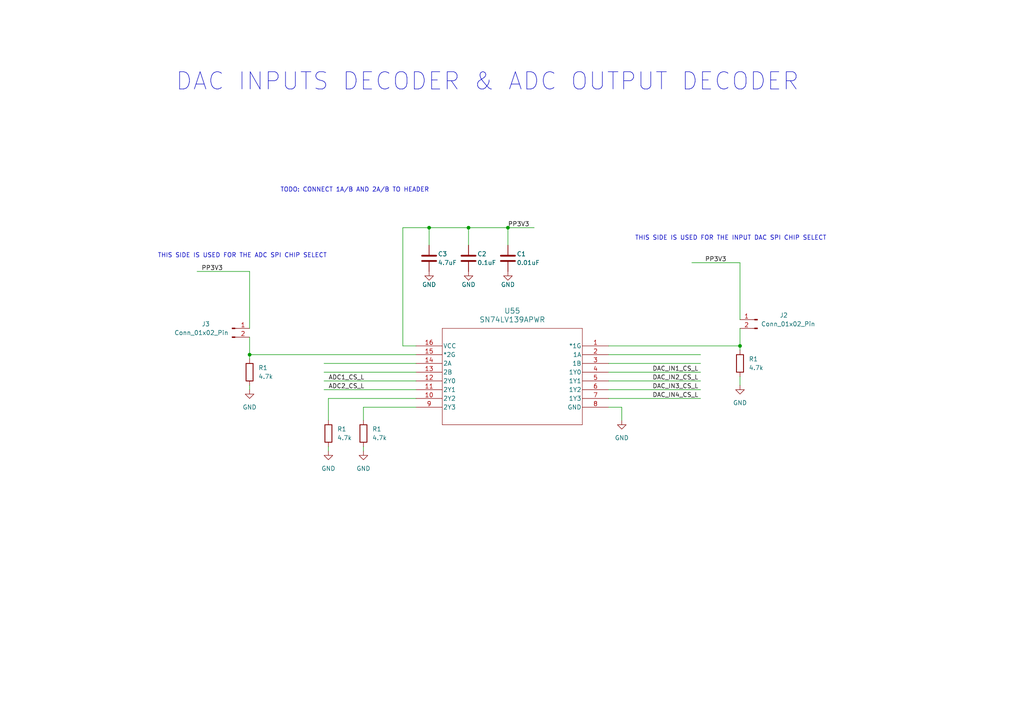
<source format=kicad_sch>
(kicad_sch (version 20230121) (generator eeschema)
  (paper "A4")
  (lib_symbols
    (symbol "Connector:Conn_01x02_Pin" (pin_names (offset 1.016) hide)
      (property "Reference" "J" (at 0 2.54 0))
      (property "Value" "Conn_01x02_Pin" (at 0 -5.08 0))
      (symbol "Conn_01x02_Pin_1_1"
        (polyline (pts (xy 1.27 -2.54) (xy 0.8636 -2.54)) (stroke (width 0.1524)))
        (polyline (pts (xy 1.27 0) (xy 0.8636 0)) (stroke (width 0.1524)))
        (rectangle (start 0.8636 -2.413) (end 0 -2.667) (stroke (width 0.1524)) (fill (type outline)))
        (rectangle (start 0.8636 0.127) (end 0 -0.127) (stroke (width 0.1524)) (fill (type outline)))
        (pin passive line (at 5.08 0 180) (length 3.81) (name "Pin_1") (number "1"))
        (pin passive line (at 5.08 -2.54 180) (length 3.81) (name "Pin_2") (number "2"))
      )
    )
    (symbol "Device:C" (pin_numbers hide) (pin_names (offset 0.254))
      (property "Reference" "C" (at 0.635 2.54 0))
      (property "Value" "C" (at 0.635 -2.54 0))
      (symbol "C_0_1"
        (polyline (pts (xy -2.032 -0.762) (xy 2.032 -0.762)) (stroke (width 0.508)))
        (polyline (pts (xy -2.032 0.762) (xy 2.032 0.762)) (stroke (width 0.508)))
      )
      (symbol "C_1_1"
        (pin passive line (at 0 3.81 270) (length 2.794) (name "~") (number "1"))
        (pin passive line (at 0 -3.81 90) (length 2.794) (name "~") (number "2"))
      )
    )
    (symbol "Device:R" (pin_numbers hide) (pin_names (offset 0))
      (property "Reference" "R" (at 2.032 0 90))
      (property "Value" "R" (at 0 0 90))
      (symbol "R_0_1"
        (rectangle (start -1.016 -2.54) (end 1.016 2.54) (stroke (width 0.254)))
      )
      (symbol "R_1_1"
        (pin passive line (at 0 3.81 270) (length 1.27) (name "~") (number "1"))
        (pin passive line (at 0 -3.81 90) (length 1.27) (name "~") (number "2"))
      )
    )
    (symbol "SN74LV139APWR:SN74LV139APWR" (pin_names (offset 0.254))
      (property "Reference" "U" (at 27.94 10.16 0))
      (property "Value" "SN74LV139APWR" (at 27.94 7.62 0))
      (symbol "SN74LV139APWR_0_1"
        (polyline (pts (xy 7.62 -22.86) (xy 48.26 -22.86)) (stroke (width 0.127)))
        (polyline (pts (xy 7.62 5.08) (xy 7.62 -22.86)) (stroke (width 0.127)))
        (polyline (pts (xy 48.26 -22.86) (xy 48.26 5.08)) (stroke (width 0.127)))
        (polyline (pts (xy 48.26 5.08) (xy 7.62 5.08)) (stroke (width 0.127)))
        (pin input line (at 0 0 0) (length 7.62) (name "*1G") (number "1"))
        (pin output line (at 55.88 -15.24 180) (length 7.62) (name "2Y2") (number "10"))
        (pin output line (at 55.88 -12.7 180) (length 7.62) (name "2Y1") (number "11"))
        (pin output line (at 55.88 -10.16 180) (length 7.62) (name "2Y0") (number "12"))
        (pin input line (at 55.88 -7.62 180) (length 7.62) (name "2B") (number "13"))
        (pin input line (at 55.88 -5.08 180) (length 7.62) (name "2A") (number "14"))
        (pin input line (at 55.88 -2.54 180) (length 7.62) (name "*2G") (number "15"))
        (pin power_in line (at 55.88 0 180) (length 7.62) (name "VCC") (number "16"))
        (pin input line (at 0 -2.54 0) (length 7.62) (name "1A") (number "2"))
        (pin input line (at 0 -5.08 0) (length 7.62) (name "1B") (number "3"))
        (pin output line (at 0 -7.62 0) (length 7.62) (name "1Y0") (number "4"))
        (pin output line (at 0 -10.16 0) (length 7.62) (name "1Y1") (number "5"))
        (pin output line (at 0 -12.7 0) (length 7.62) (name "1Y2") (number "6"))
        (pin output line (at 0 -15.24 0) (length 7.62) (name "1Y3") (number "7"))
        (pin power_in line (at 0 -17.78 0) (length 7.62) (name "GND") (number "8"))
        (pin output line (at 55.88 -17.78 180) (length 7.62) (name "2Y3") (number "9"))
      )
    )
    (symbol "power:GND" (power) (pin_names (offset 0))
      (property "Value" "GND" (at 0 -3.81 0))
      (symbol "GND_0_1"
        (polyline (pts (xy 0 0) (xy 0 -1.27) (xy 1.27 -1.27) (xy 0 -2.54) (xy -1.27 -1.27) (xy 0 -1.27)))
      )
      (symbol "GND_1_1"
        (pin power_in line (at 0 0 270) (length 0) hide (name "GND") (number "1"))
      )
    )
  )
  (junction (at 214.63 100.33))
  (junction (at 72.39 102.87))
  (junction (at 147.32 66.04))
  (junction (at 124.46 66.04))
  (junction (at 135.89 66.04))
  (wire (pts (xy 120.65 115.57) (xy 95.25 115.57)))
  (wire (pts (xy 93.98 107.95) (xy 120.65 107.95)))
  (wire (pts (xy 57.15 78.74) (xy 72.39 78.74)))
  (wire (pts (xy 93.98 110.49) (xy 120.65 110.49)))
  (wire (pts (xy 180.34 118.11) (xy 176.53 118.11)))
  (wire (pts (xy 147.32 66.04) (xy 147.32 71.12)))
  (wire (pts (xy 176.53 102.87) (xy 203.2 102.87)))
  (wire (pts (xy 180.34 121.92) (xy 180.34 118.11)))
  (wire (pts (xy 120.65 118.11) (xy 105.41 118.11)))
  (wire (pts (xy 93.98 113.03) (xy 120.65 113.03)))
  (wire (pts (xy 93.98 105.41) (xy 120.65 105.41)))
  (wire (pts (xy 124.46 66.04) (xy 135.89 66.04)))
  (wire (pts (xy 214.63 109.22) (xy 214.63 111.76)))
  (wire (pts (xy 124.46 66.04) (xy 124.46 71.12)))
  (wire (pts (xy 214.63 95.25) (xy 214.63 100.33)))
  (wire (pts (xy 116.84 66.04) (xy 124.46 66.04)))
  (wire (pts (xy 105.41 118.11) (xy 105.41 121.92)))
  (wire (pts (xy 135.89 66.04) (xy 135.89 71.12)))
  (wire (pts (xy 176.53 100.33) (xy 214.63 100.33)))
  (wire (pts (xy 135.89 66.04) (xy 147.32 66.04)))
  (wire (pts (xy 72.39 78.74) (xy 72.39 95.25)))
  (wire (pts (xy 176.53 110.49) (xy 203.2 110.49)))
  (wire (pts (xy 72.39 97.79) (xy 72.39 102.87)))
  (wire (pts (xy 95.25 129.54) (xy 95.25 130.81)))
  (wire (pts (xy 176.53 115.57) (xy 203.2 115.57)))
  (wire (pts (xy 72.39 111.76) (xy 72.39 113.03)))
  (wire (pts (xy 214.63 100.33) (xy 214.63 101.6)))
  (wire (pts (xy 120.65 100.33) (xy 116.84 100.33)))
  (wire (pts (xy 176.53 107.95) (xy 203.2 107.95)))
  (wire (pts (xy 176.53 113.03) (xy 203.2 113.03)))
  (wire (pts (xy 72.39 102.87) (xy 120.65 102.87)))
  (wire (pts (xy 176.53 105.41) (xy 203.2 105.41)))
  (wire (pts (xy 95.25 115.57) (xy 95.25 121.92)))
  (wire (pts (xy 200.66 76.2) (xy 214.63 76.2)))
  (wire (pts (xy 105.41 129.54) (xy 105.41 130.81)))
  (wire (pts (xy 116.84 100.33) (xy 116.84 66.04)))
  (wire (pts (xy 214.63 76.2) (xy 214.63 92.71)))
  (wire (pts (xy 147.32 66.04) (xy 154.94 66.04)))
  (wire (pts (xy 72.39 102.87) (xy 72.39 104.14)))
  (text "TODO: CONNECT 1A/B AND 2A/B TO HEADER\n" (at 81.28 55.88 0) (effects (font (size 1.27 1.27)) (justify left bottom)))
  (text "DAC INPUTS DECODER & ADC OUTPUT DECODER" (at 50.8 26.67 0) (effects (font (size 5 5)) (justify left bottom)))
  (text "THIS SIDE IS USED FOR THE ADC SPI CHIP SELECT\n" (at 45.72 74.93 0) (effects (font (size 1.27 1.27)) (justify left bottom)))
  (text "THIS SIDE IS USED FOR THE INPUT DAC SPI CHIP SELECT\n" (at 184.15 69.85 0) (effects (font (size 1.27 1.27)) (justify left bottom)))
  (label "PP3V3" (at 58.42 78.74 0))
  (label "DAC_IN4_CS_L" (at 189.23 115.57 0))
  (label "ADC2_CS_L" (at 95.25 113.03 0))
  (label "DAC_IN1_CS_L" (at 189.23 107.95 0))
  (label "DAC_IN3_CS_L" (at 189.23 113.03 0))
  (label "DAC_IN2_CS_L" (at 189.23 110.49 0))
  (label "PP3V3" (at 204.47 76.2 0))
  (label "PP3V3" (at 147.32 66.04 0))
  (label "ADC1_CS_L" (at 95.25 110.49 0))
  (symbol (lib_id "Device:C") (at 124.46 74.93 0) (unit 1)
    (property "Reference" "C3" (at 127 73.66 0) (effects (justify left)))
    (property "Value" "4.7uF" (at 127 76.2 0) (effects (justify left)))
    (property "Footprint" "Capacitor_SMD:C_0805_2012Metric" (effects hide))
    (instances (project "fydp" (path "" (reference "C3") (unit 1)) (path "" (reference "C37") (unit 1)) (path "" (reference "C61") (unit 1)) (path "" (reference "C109") (unit 1)) (path "" (reference "C227") (unit 1))))
  )
  (symbol (lib_id "power:GND") (at 180.34 121.92 0) (unit 1)
    (property "Reference" "#PWR0325" (effects hide))
    (property "Value" "GND" (at 180.34 127 0))
  )
  (symbol (lib_id "power:GND") (at 135.89 78.74 0) (unit 1)
    (property "Reference" "#PWR08" (effects hide))
    (property "Value" "GND" (at 135.89 82.55 0))
    (instances (project "fydp" (path "" (reference "#PWR08") (unit 1)) (path "" (reference "#PWR049") (unit 1)) (path "" (reference "#PWR085") (unit 1)) (path "" (reference "#PWR0157") (unit 1)) (path "" (reference "#PWR0328") (unit 1))))
  )
  (symbol (lib_id "power:GND") (at 95.25 130.81 0) (unit 1)
    (property "Reference" "#PWR0331" (effects hide))
    (property "Value" "GND" (at 95.25 135.89 0))
  )
  (symbol (lib_id "power:GND") (at 147.32 78.74 0) (unit 1)
    (property "Reference" "#PWR07" (effects hide))
    (property "Value" "GND" (at 147.32 82.55 0))
    (instances (project "fydp" (path "" (reference "#PWR07") (unit 1)) (path "" (reference "#PWR047") (unit 1)) (path "" (reference "#PWR083") (unit 1)) (path "" (reference "#PWR0155") (unit 1)) (path "" (reference "#PWR0327") (unit 1))))
  )
  (symbol (lib_id "SN74LV139APWR:SN74LV139APWR") (at 176.53 100.33 0) (mirror y) (unit 1)
    (property "Reference" "U55" (at 148.59 90.17 0) (effects (font (size 1.524 1.524))))
    (property "Value" "SN74LV139APWR" (at 148.59 92.71 0) (effects (font (size 1.524 1.524))))
    (property "Footprint" "PW16" (effects hide))
    (property "Datasheet" "SN74LV139APWR" (effects hide))
  )
  (symbol (lib_id "Device:C") (at 147.32 74.93 0) (unit 1)
    (property "Reference" "C1" (at 149.86 73.66 0) (effects (justify left)))
    (property "Value" "0.01uF" (at 149.86 76.2 0) (effects (justify left)))
    (property "Footprint" "Capacitor_SMD:C_0805_2012Metric" (effects hide))
    (instances (project "fydp" (path "" (reference "C1") (unit 1)) (path "" (reference "C31") (unit 1)) (path "" (reference "C55") (unit 1)) (path "" (reference "C103") (unit 1)) (path "" (reference "C225") (unit 1))))
  )
  (symbol (lib_id "power:GND") (at 72.39 113.03 0) (unit 1)
    (property "Reference" "#PWR0330" (effects hide))
    (property "Value" "GND" (at 72.39 118.11 0))
  )
  (symbol (lib_id "Device:C") (at 135.89 74.93 0) (unit 1)
    (property "Reference" "C2" (at 138.43 73.66 0) (effects (justify left)))
    (property "Value" "0.1uF" (at 138.43 76.2 0) (effects (justify left)))
    (property "Footprint" "Capacitor_SMD:C_0805_2012Metric" (effects hide))
    (instances (project "fydp" (path "" (reference "C2") (unit 1)) (path "" (reference "C33") (unit 1)) (path "" (reference "C57") (unit 1)) (path "" (reference "C105") (unit 1)) (path "" (reference "C226") (unit 1))))
  )
  (symbol (lib_id "Device:R") (at 72.39 107.95 0) (unit 1)
    (property "Reference" "R1" (at 74.93 106.68 0) (effects (justify left)))
    (property "Value" "4.7k" (at 74.93 109.22 0) (effects (justify left)))
    (property "Footprint" "Resistor_SMD:R_0805_2012Metric" (effects hide))
    (instances (project "fydp" (path "" (reference "R1") (unit 1)) (path "" (reference "R9") (unit 1)) (path "" (reference "R5") (unit 1)) (path "" (reference "R43") (unit 1))))
  )
  (symbol (lib_id "Connector:Conn_01x02_Pin") (at 219.71 92.71 0) (mirror y) (unit 1)
    (property "Reference" "J2" (at 227.33 91.44 0))
    (property "Value" "Conn_01x02_Pin" (at 228.6 93.98 0))
  )
  (symbol (lib_id "Device:R") (at 105.41 125.73 0) (unit 1)
    (property "Reference" "R1" (at 107.95 124.46 0) (effects (justify left)))
    (property "Value" "4.7k" (at 107.95 127 0) (effects (justify left)))
    (property "Footprint" "Resistor_SMD:R_0805_2012Metric" (effects hide))
    (instances (project "fydp" (path "" (reference "R1") (unit 1)) (path "" (reference "R9") (unit 1)) (path "" (reference "R5") (unit 1)) (path "" (reference "R42") (unit 1))))
  )
  (symbol (lib_id "power:GND") (at 214.63 111.76 0) (unit 1)
    (property "Reference" "#PWR0326" (effects hide))
    (property "Value" "GND" (at 214.63 116.84 0))
  )
  (symbol (lib_id "Device:R") (at 95.25 125.73 0) (unit 1)
    (property "Reference" "R1" (at 97.79 124.46 0) (effects (justify left)))
    (property "Value" "4.7k" (at 97.79 127 0) (effects (justify left)))
    (property "Footprint" "Resistor_SMD:R_0805_2012Metric" (effects hide))
    (instances (project "fydp" (path "" (reference "R1") (unit 1)) (path "" (reference "R9") (unit 1)) (path "" (reference "R5") (unit 1)) (path "" (reference "R44") (unit 1))))
  )
  (symbol (lib_id "Connector:Conn_01x02_Pin") (at 67.31 95.25 0) (unit 1)
    (property "Reference" "J3" (at 59.69 93.98 0))
    (property "Value" "Conn_01x02_Pin" (at 58.42 96.52 0))
  )
  (symbol (lib_id "Device:R") (at 214.63 105.41 0) (unit 1)
    (property "Reference" "R1" (at 217.17 104.14 0) (effects (justify left)))
    (property "Value" "4.7k" (at 217.17 106.68 0) (effects (justify left)))
    (property "Footprint" "Resistor_SMD:R_0805_2012Metric" (effects hide))
    (instances (project "fydp" (path "" (reference "R1") (unit 1)) (path "" (reference "R9") (unit 1)) (path "" (reference "R5") (unit 1)) (path "" (reference "R41") (unit 1))))
  )
  (symbol (lib_id "power:GND") (at 105.41 130.81 0) (unit 1)
    (property "Reference" "#PWR0332" (effects hide))
    (property "Value" "GND" (at 105.41 135.89 0))
  )
  (symbol (lib_id "power:GND") (at 124.46 78.74 0) (unit 1)
    (property "Reference" "#PWR09" (effects hide))
    (property "Value" "GND" (at 124.46 82.55 0))
    (instances (project "fydp" (path "" (reference "#PWR09") (unit 1)) (path "" (reference "#PWR053") (unit 1)) (path "" (reference "#PWR089") (unit 1)) (path "" (reference "#PWR0161") (unit 1)) (path "" (reference "#PWR0329") (unit 1))))
  )
)
</source>
